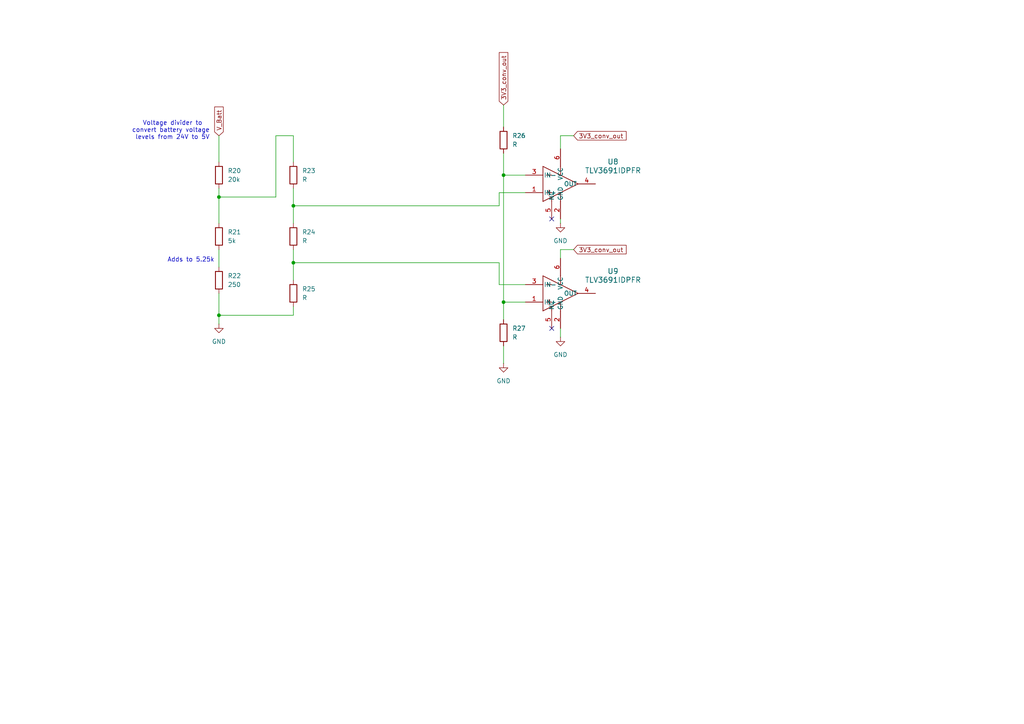
<source format=kicad_sch>
(kicad_sch (version 20250114) (generator "eeschema") (generator_version "9.0")
  (paper "A4")
  (title_block (title "Hysteresis Circuit") (date "2025-11-21") (rev "1.0") (company "UW Huskysat") (comment 1 "Chase"))
  (lib_symbols
    (symbol "Device:R" (pin_numbers (hide yes)) (pin_names (offset 0))
      (property "Reference" "R" (at 2.032 0 90))
      (property "Value" "R" (at 0 0 90))
      (symbol "R_0_1"
        (rectangle (start -1.016 -2.54) (end 1.016 2.54) (stroke (width 0.254)))
      )
      (symbol "R_1_1"
        (pin passive line (at 0 3.81 270) (length 1.27) (name "~") (number "1"))
        (pin passive line (at 0 -3.81 90) (length 1.27) (name "~") (number "2"))
      )
    )
    (symbol "TLV3691:TLV3691IDPFR" (pin_names (offset 0.254))
      (property "Reference" "U" (at 0 2.54 0))
      (property "Value" "TLV3691IDPFR" (at 0 0 0))
      (symbol "TLV3691IDPFR_0_1"
        (polyline (pts (xy -5.08 5.08) (xy -5.08 -5.08)) (stroke (width 0.2032)))
        (polyline (pts (xy -5.08 5.08) (xy 5.08 0)) (stroke (width 0.2032)))
        (polyline (pts (xy -5.08 -5.08) (xy 5.08 0)) (stroke (width 0.2032)))
        (polyline (pts (xy -4.064 2.54) (xy -2.54 2.54)) (stroke (width 0.2032)))
        (polyline (pts (xy -4.064 -2.54) (xy -2.54 -2.54)) (stroke (width 0.2032)))
        (polyline (pts (xy -3.302 -1.778) (xy -3.302 -3.302)) (stroke (width 0.2032)))
        (polyline (pts (xy -2.54 -3.81) (xy -2.54 -5.08)) (stroke (width 0.2032)))
        (polyline (pts (xy 0 5.08) (xy 0 2.54)) (stroke (width 0.2032)))
        (polyline (pts (xy 0 -2.54) (xy 0 -5.08)) (stroke (width 0.2032)))
        (pin input line (at -10.16 2.54 0) (length 5.08) (name "IN-") (number "3"))
        (pin input line (at -10.16 -2.54 0) (length 5.08) (name "IN+") (number "1"))
        (pin unspecified line (at -2.54 -10.16 90) (length 5.08) (name "NC") (number "5"))
        (pin power_in line (at 0 10.16 270) (length 5.08) (name "VCC") (number "6"))
        (pin power_in line (at 0 -10.16 90) (length 5.08) (name "GND") (number "2"))
        (pin output line (at 10.16 0 180) (length 5.08) (name "OUT") (number "4"))
      )
    )
    (symbol "power:GND" (power) (pin_numbers (hide yes)) (pin_names (offset 0) (hide yes))
      (property "Value" "GND" (at 0 -3.81 0))
      (symbol "GND_0_1"
        (polyline (pts (xy 0 0) (xy 0 -1.27) (xy 1.27 -1.27) (xy 0 -2.54) (xy -1.27 -1.27) (xy 0 -1.27)))
      )
      (symbol "GND_1_1"
        (pin power_in line (at 0 0 270) (length 0) (name "~") (number "1"))
      )
    )
  )
  (text "Adds to 5.25k" (at 55.372 75.438 0) (effects (font (size 1.27 1.27))))
  (text "Voltage divider to\nconvert battery voltage \nlevels from 24V to 5V" (at 50.038 37.846 0) (effects (font (size 1.27 1.27))))
  (junction (at 146.05 87.63))
  (junction (at 146.05 50.8))
  (junction (at 85.09 59.69))
  (junction (at 85.09 76.2))
  (junction (at 63.5 57.15))
  (junction (at 63.5 91.44))
  (no_connect (at 160.02 95.25))
  (no_connect (at 160.02 63.5))
  (wire (pts (xy 85.09 59.69) (xy 85.09 64.77)))
  (wire (pts (xy 63.5 72.39) (xy 63.5 77.47)))
  (wire (pts (xy 63.5 54.61) (xy 63.5 57.15)))
  (wire (pts (xy 85.09 39.37) (xy 85.09 46.99)))
  (wire (pts (xy 162.56 43.18) (xy 162.56 39.37)))
  (wire (pts (xy 146.05 92.71) (xy 146.05 87.63)))
  (wire (pts (xy 146.05 50.8) (xy 152.4 50.8)))
  (wire (pts (xy 63.5 85.09) (xy 63.5 91.44)))
  (wire (pts (xy 144.78 82.55) (xy 144.78 76.2)))
  (wire (pts (xy 162.56 72.39) (xy 166.37 72.39)))
  (wire (pts (xy 63.5 91.44) (xy 85.09 91.44)))
  (wire (pts (xy 144.78 59.69) (xy 85.09 59.69)))
  (wire (pts (xy 80.01 39.37) (xy 85.09 39.37)))
  (wire (pts (xy 144.78 55.88) (xy 144.78 59.69)))
  (wire (pts (xy 144.78 82.55) (xy 152.4 82.55)))
  (wire (pts (xy 146.05 30.48) (xy 146.05 36.83)))
  (wire (pts (xy 162.56 74.93) (xy 162.56 72.39)))
  (wire (pts (xy 162.56 95.25) (xy 162.56 97.79)))
  (wire (pts (xy 63.5 39.37) (xy 63.5 46.99)))
  (wire (pts (xy 63.5 57.15) (xy 80.01 57.15)))
  (wire (pts (xy 146.05 87.63) (xy 152.4 87.63)))
  (wire (pts (xy 85.09 72.39) (xy 85.09 76.2)))
  (wire (pts (xy 162.56 39.37) (xy 166.37 39.37)))
  (wire (pts (xy 80.01 57.15) (xy 80.01 39.37)))
  (wire (pts (xy 152.4 55.88) (xy 144.78 55.88)))
  (wire (pts (xy 146.05 44.45) (xy 146.05 50.8)))
  (wire (pts (xy 63.5 91.44) (xy 63.5 93.98)))
  (wire (pts (xy 85.09 76.2) (xy 144.78 76.2)))
  (wire (pts (xy 146.05 100.33) (xy 146.05 105.41)))
  (wire (pts (xy 162.56 63.5) (xy 162.56 64.77)))
  (wire (pts (xy 85.09 88.9) (xy 85.09 91.44)))
  (wire (pts (xy 85.09 76.2) (xy 85.09 81.28)))
  (wire (pts (xy 146.05 50.8) (xy 146.05 87.63)))
  (wire (pts (xy 85.09 54.61) (xy 85.09 59.69)))
  (wire (pts (xy 63.5 57.15) (xy 63.5 64.77)))
  (global_label "3V3_conv_out" (shape input) (at 146.05 30.48 90) (property "Intersheetrefs" "${INTERSHEET_REFS}" (effects (hide yes))))
  (global_label "3V3_conv_out" (shape input) (at 166.37 72.39 0) (property "Intersheetrefs" "${INTERSHEET_REFS}" (effects (hide yes))))
  (global_label "V_Batt" (shape input) (at 63.5 39.37 90) (property "Intersheetrefs" "${INTERSHEET_REFS}" (effects (hide yes))))
  (global_label "3V3_conv_out" (shape input) (at 166.37 39.37 0) (property "Intersheetrefs" "${INTERSHEET_REFS}" (effects (hide yes))))
  (symbol (lib_id "power:GND") (at 63.5 93.98 0) (unit 1)
    (property "Reference" "#PWR019" (effects (hide yes)))
    (property "Value" "GND" (at 63.5 99.06 0))
    (property "Description" "Power symbol creates a global label with name \"GND\" , ground" (effects (hide yes)))
  )
  (symbol (lib_id "TLV3691:TLV3691IDPFR") (at 162.56 53.34 0) (unit 1)
    (property "Reference" "U8" (at 177.8 46.9198 0) (effects (font (size 1.524 1.524))))
    (property "Value" "TLV3691IDPFR" (at 177.8 49.4598 0) (effects (font (size 1.524 1.524))))
    (property "Footprint" "DPF0006A" (effects (hide yes)))
    (property "Datasheet" "https://www.ti.com/lit/gpn/tlv3691" (effects (hide yes)))
  )
  (symbol (lib_id "power:GND") (at 146.05 105.41 0) (unit 1)
    (property "Reference" "#PWR026" (effects (hide yes)))
    (property "Value" "GND" (at 146.05 110.49 0))
    (property "Description" "Power symbol creates a global label with name \"GND\" , ground" (effects (hide yes)))
  )
  (symbol (lib_id "Device:R") (at 85.09 85.09 0) (unit 1)
    (property "Reference" "R25" (at 87.63 83.8199 0) (effects (justify left)))
    (property "Value" "R" (at 87.63 86.3599 0) (effects (justify left)))
    (property "Description" "Resistor" (effects (hide yes)))
  )
  (symbol (lib_id "TLV3691:TLV3691IDPFR") (at 162.56 85.09 0) (unit 1)
    (property "Reference" "U9" (at 177.8 78.6698 0) (effects (font (size 1.524 1.524))))
    (property "Value" "TLV3691IDPFR" (at 177.8 81.2098 0) (effects (font (size 1.524 1.524))))
    (property "Footprint" "DPF0006A" (effects (hide yes)))
    (property "Datasheet" "https://www.ti.com/lit/gpn/tlv3691" (effects (hide yes)))
  )
  (symbol (lib_id "Device:R") (at 63.5 81.28 0) (unit 1)
    (property "Reference" "R22" (at 66.04 80.0099 0) (effects (justify left)))
    (property "Value" "250" (at 66.04 82.5499 0) (effects (justify left)))
    (property "Description" "Resistor" (effects (hide yes)))
  )
  (symbol (lib_id "Device:R") (at 63.5 50.8 0) (unit 1)
    (property "Reference" "R20" (at 66.04 49.5299 0) (effects (justify left)))
    (property "Value" "20k" (at 66.04 52.0699 0) (effects (justify left)))
    (property "Description" "Resistor" (effects (hide yes)))
  )
  (symbol (lib_id "Device:R") (at 146.05 96.52 0) (unit 1)
    (property "Reference" "R27" (at 148.59 95.2499 0) (effects (justify left)))
    (property "Value" "R" (at 148.59 97.7899 0) (effects (justify left)))
    (property "Description" "Resistor" (effects (hide yes)))
  )
  (symbol (lib_id "Device:R") (at 146.05 40.64 0) (unit 1)
    (property "Reference" "R26" (at 148.59 39.3699 0) (effects (justify left)))
    (property "Value" "R" (at 148.59 41.9099 0) (effects (justify left)))
    (property "Description" "Resistor" (effects (hide yes)))
  )
  (symbol (lib_id "power:GND") (at 162.56 64.77 0) (unit 1)
    (property "Reference" "#PWR021" (effects (hide yes)))
    (property "Value" "GND" (at 162.56 69.85 0))
    (property "Description" "Power symbol creates a global label with name \"GND\" , ground" (effects (hide yes)))
  )
  (symbol (lib_id "Device:R") (at 85.09 68.58 0) (unit 1)
    (property "Reference" "R24" (at 87.63 67.3099 0) (effects (justify left)))
    (property "Value" "R" (at 87.63 69.8499 0) (effects (justify left)))
    (property "Description" "Resistor" (effects (hide yes)))
  )
  (symbol (lib_id "Device:R") (at 85.09 50.8 0) (unit 1)
    (property "Reference" "R23" (at 87.63 49.5299 0) (effects (justify left)))
    (property "Value" "R" (at 87.63 52.0699 0) (effects (justify left)))
    (property "Description" "Resistor" (effects (hide yes)))
  )
  (symbol (lib_id "Device:R") (at 63.5 68.58 0) (unit 1)
    (property "Reference" "R21" (at 66.04 67.3099 0) (effects (justify left)))
    (property "Value" "5k" (at 66.04 69.8499 0) (effects (justify left)))
    (property "Description" "Resistor" (effects (hide yes)))
  )
  (symbol (lib_id "power:GND") (at 162.56 97.79 0) (unit 1)
    (property "Reference" "#PWR023" (effects (hide yes)))
    (property "Value" "GND" (at 162.56 102.87 0))
    (property "Description" "Power symbol creates a global label with name \"GND\" , ground" (effects (hide yes)))
  )
)
</source>
